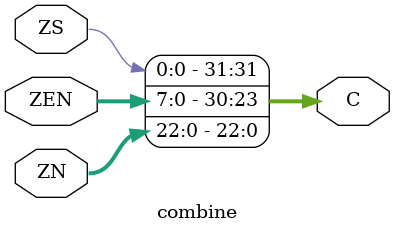
<source format=v>
`timescale 1ns / 1ps
module combine(
    input [23:0] ZN,
    input [7:0] ZEN,
    input ZS,
    output reg [31:0] C
    );

always @(ZN,ZEN,ZS) begin
C<={ZS,ZEN,ZN[22:0]};
end
endmodule

</source>
